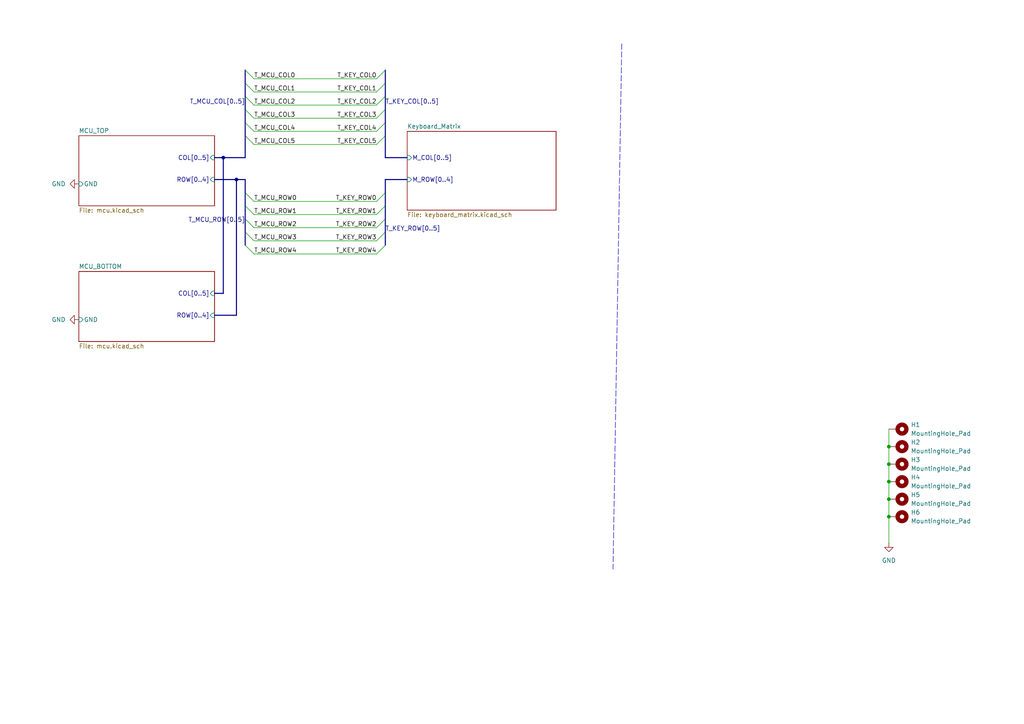
<source format=kicad_sch>
(kicad_sch (version 20231120) (generator "eeschema") (generator_version "8.0")
  (paper "A4")
  (lib_symbols
    (symbol "GND_1" (power) (pin_numbers hide) (pin_names (offset 0) hide)
      (property "Value" "GND" (at 0 -3.81 0))
      (symbol "GND_1_0_1"
        (polyline (pts (xy 0 0) (xy 0 -1.27) (xy 1.27 -1.27) (xy 0 -2.54) (xy -1.27 -1.27) (xy 0 -1.27)))
      )
      (symbol "GND_1_1_1"
        (pin power_in line (at 0 0 270) (length 0) (name "~") (number "1"))
      )
    )
    (symbol "Mechanical:MountingHole_Pad" (pin_numbers hide) (pin_names (offset 1.016) hide) (exclude_from_sim yes) (in_bom no)
      (property "Reference" "H" (at 0 6.35 0))
      (property "Value" "MountingHole_Pad" (at 0 4.445 0))
      (symbol "MountingHole_Pad_0_1"
        (circle (center 0 1.27) (radius 1.27) (stroke (width 1.27)))
      )
      (symbol "MountingHole_Pad_1_1"
        (pin input line (at 0 -2.54 90) (length 2.54) (name "1") (number "1"))
      )
    )
    (symbol "power:GND" (power) (pin_names (offset 0))
      (property "Value" "GND" (at 0 -3.81 0))
      (symbol "GND_0_1"
        (polyline (pts (xy 0 0) (xy 0 -1.27) (xy 1.27 -1.27) (xy 0 -2.54) (xy -1.27 -1.27) (xy 0 -1.27)))
      )
      (symbol "GND_1_1"
        (pin power_in line (at 0 0 270) (length 0) hide (name "GND") (number "1"))
      )
    )
  )
  (junction (at 68.58 52.07))
  (junction (at 257.81 129.54))
  (junction (at 257.81 144.78))
  (junction (at 257.81 139.7))
  (junction (at 64.77 45.72))
  (junction (at 257.81 134.62))
  (junction (at 257.81 149.86))
  (bus_entry (at 109.22 34.29) (size 2.54 -2.54))
  (bus_entry (at 109.22 58.42) (size 2.54 -2.54))
  (bus_entry (at 109.22 38.1) (size 2.54 -2.54))
  (bus_entry (at 109.22 73.66) (size 2.54 -2.54))
  (bus_entry (at 109.22 41.91) (size 2.54 -2.54))
  (bus_entry (at 71.12 35.56) (size 2.54 2.54))
  (bus_entry (at 109.22 66.04) (size 2.54 -2.54))
  (bus_entry (at 71.12 31.75) (size 2.54 2.54))
  (bus_entry (at 109.22 22.86) (size 2.54 -2.54))
  (bus_entry (at 109.22 62.23) (size 2.54 -2.54))
  (bus_entry (at 71.12 20.32) (size 2.54 2.54))
  (bus_entry (at 71.12 67.31) (size 2.54 2.54))
  (bus_entry (at 71.12 59.69) (size 2.54 2.54))
  (bus_entry (at 71.12 39.37) (size 2.54 2.54))
  (bus_entry (at 109.22 30.48) (size 2.54 -2.54))
  (bus_entry (at 71.12 24.13) (size 2.54 2.54))
  (bus_entry (at 71.12 63.5) (size 2.54 2.54))
  (bus_entry (at 109.22 69.85) (size 2.54 -2.54))
  (bus_entry (at 71.12 27.94) (size 2.54 2.54))
  (bus_entry (at 71.12 71.12) (size 2.54 2.54))
  (bus_entry (at 109.22 26.67) (size 2.54 -2.54))
  (bus_entry (at 71.12 55.88) (size 2.54 2.54))
  (bus (pts (xy 71.12 67.31) (xy 71.12 71.12)))
  (bus (pts (xy 111.76 59.69) (xy 111.76 63.5)))
  (bus (pts (xy 71.12 55.88) (xy 71.12 59.69)))
  (bus (pts (xy 71.12 59.69) (xy 71.12 63.5)))
  (wire (pts (xy 73.66 30.48) (xy 109.22 30.48)))
  (wire (pts (xy 73.66 34.29) (xy 109.22 34.29)))
  (wire (pts (xy 73.66 26.67) (xy 109.22 26.67)))
  (bus (pts (xy 111.76 67.31) (xy 111.76 71.12)))
  (bus (pts (xy 64.77 45.72) (xy 71.12 45.72)))
  (bus (pts (xy 71.12 31.75) (xy 71.12 35.56)))
  (wire (pts (xy 73.66 73.66) (xy 109.22 73.66)))
  (bus (pts (xy 62.23 45.72) (xy 64.77 45.72)))
  (wire (pts (xy 257.81 149.86) (xy 257.81 157.48)))
  (bus (pts (xy 62.23 91.44) (xy 68.58 91.44)))
  (bus (pts (xy 111.76 27.94) (xy 111.76 31.75)))
  (bus (pts (xy 111.76 55.88) (xy 111.76 59.69)))
  (bus (pts (xy 64.77 85.09) (xy 62.23 85.09)))
  (wire (pts (xy 257.81 124.46) (xy 257.81 129.54)))
  (bus (pts (xy 71.12 20.32) (xy 71.12 24.13)))
  (bus (pts (xy 111.76 45.72) (xy 118.11 45.72)))
  (bus (pts (xy 111.76 52.07) (xy 111.76 55.88)))
  (bus (pts (xy 111.76 45.72) (xy 111.76 39.37)))
  (bus (pts (xy 111.76 63.5) (xy 111.76 67.31)))
  (wire (pts (xy 257.81 129.54) (xy 257.81 134.62)))
  (wire (pts (xy 73.66 38.1) (xy 109.22 38.1)))
  (bus (pts (xy 71.12 52.07) (xy 71.12 55.88)))
  (bus (pts (xy 64.77 45.72) (xy 64.77 85.09)))
  (bus (pts (xy 111.76 52.07) (xy 118.11 52.07)))
  (polyline (pts (xy 180.34 12.7) (xy 177.8 165.1)) (stroke (width 0) (type dash)))
  (bus (pts (xy 111.76 35.56) (xy 111.76 39.37)))
  (wire (pts (xy 73.66 22.86) (xy 109.22 22.86)))
  (bus (pts (xy 68.58 52.07) (xy 71.12 52.07)))
  (bus (pts (xy 111.76 24.13) (xy 111.76 27.94)))
  (bus (pts (xy 71.12 24.13) (xy 71.12 27.94)))
  (bus (pts (xy 71.12 35.56) (xy 71.12 39.37)))
  (wire (pts (xy 73.66 69.85) (xy 109.22 69.85)))
  (bus (pts (xy 111.76 20.32) (xy 111.76 24.13)))
  (bus (pts (xy 68.58 91.44) (xy 68.58 52.07)))
  (wire (pts (xy 73.66 58.42) (xy 109.22 58.42)))
  (wire (pts (xy 73.66 41.91) (xy 109.22 41.91)))
  (wire (pts (xy 73.66 62.23) (xy 109.22 62.23)))
  (bus (pts (xy 71.12 63.5) (xy 71.12 67.31)))
  (bus (pts (xy 71.12 27.94) (xy 71.12 31.75)))
  (wire (pts (xy 257.81 144.78) (xy 257.81 149.86)))
  (bus (pts (xy 62.23 52.07) (xy 68.58 52.07)))
  (bus (pts (xy 111.76 35.56) (xy 111.76 31.75)))
  (wire (pts (xy 73.66 66.04) (xy 109.22 66.04)))
  (wire (pts (xy 257.81 134.62) (xy 257.81 139.7)))
  (wire (pts (xy 257.81 139.7) (xy 257.81 144.78)))
  (bus (pts (xy 71.12 39.37) (xy 71.12 45.72)))
  (label "T_KEY_ROW3" (at 109.22 69.85 180))
  (label "T_KEY_ROW1" (at 109.22 62.23 180))
  (label "T_MCU_ROW3" (at 73.66 69.85 0))
  (label "T_MCU_COL0" (at 73.66 22.86 0))
  (label "T_MCU_ROW1" (at 73.66 62.23 0))
  (label "T_KEY_COL2" (at 109.22 30.48 180))
  (label "T_MCU_ROW0" (at 73.66 58.42 0))
  (label "T_MCU_COL1" (at 73.66 26.67 0))
  (label "T_MCU_ROW[0..5]" (at 71.12 64.77 180))
  (label "T_MCU_COL3" (at 73.66 34.29 0))
  (label "T_KEY_COL5" (at 109.22 41.91 180))
  (label "T_KEY_ROW[0..5]" (at 111.76 67.31 0))
  (label "T_KEY_COL1" (at 109.22 26.67 180))
  (label "T_KEY_ROW0" (at 109.22 58.42 180))
  (label "T_KEY_COL0" (at 109.22 22.86 180))
  (label "T_MCU_COL[0..5]" (at 71.12 30.48 180))
  (label "T_MCU_COL2" (at 73.66 30.48 0))
  (label "T_KEY_COL4" (at 109.22 38.1 180))
  (label "T_MCU_COL5" (at 73.66 41.91 0))
  (label "T_KEY_COL[0..5]" (at 111.76 30.48 0))
  (label "T_KEY_ROW4" (at 109.22 73.66 180))
  (label "T_MCU_ROW4" (at 73.66 73.66 0))
  (label "T_KEY_ROW2" (at 109.22 66.04 180))
  (label "T_MCU_ROW2" (at 73.66 66.04 0))
  (label "T_MCU_COL4" (at 73.66 38.1 0))
  (label "T_KEY_COL3" (at 109.22 34.29 180))
  (symbol (lib_id "Mechanical:MountingHole_Pad") (at 260.35 134.62 270) (unit 1) (exclude_from_sim yes) (in_bom no)
    (property "Reference" "H3" (at 264.16 133.3499 90) (effects (justify left)))
    (property "Value" "MountingHole_Pad" (at 264.16 135.8899 90) (effects (justify left)))
    (property "Footprint" "MountingHole_NoSilkscreen:MountingHole_2.7mm_M2.5_DIN965_Pad_reversible" (effects (hide yes)))
    (property "Description" "Mounting Hole with connection" (effects (hide yes)))
  )
  (symbol (lib_id "Mechanical:MountingHole_Pad") (at 260.35 149.86 270) (unit 1) (exclude_from_sim yes) (in_bom no)
    (property "Reference" "H6" (at 264.16 148.5899 90) (effects (justify left)))
    (property "Value" "MountingHole_Pad" (at 264.16 151.1299 90) (effects (justify left)))
    (property "Footprint" "MountingHole_NoSilkscreen:MountingHole_2.7mm_M2.5_DIN965_Pad_reversible" (effects (hide yes)))
    (property "Description" "Mounting Hole with connection" (effects (hide yes)))
  )
  (symbol (lib_id "Mechanical:MountingHole_Pad") (at 260.35 129.54 270) (unit 1) (exclude_from_sim yes) (in_bom no)
    (property "Reference" "H2" (at 264.16 128.2699 90) (effects (justify left)))
    (property "Value" "MountingHole_Pad" (at 264.16 130.8099 90) (effects (justify left)))
    (property "Footprint" "MountingHole_NoSilkscreen:MountingHole_2.7mm_M2.5_DIN965_Pad_reversible" (effects (hide yes)))
    (property "Description" "Mounting Hole with connection" (effects (hide yes)))
  )
  (symbol (lib_id "Mechanical:MountingHole_Pad") (at 260.35 124.46 270) (unit 1) (exclude_from_sim yes) (in_bom no)
    (property "Reference" "H1" (at 264.16 123.1899 90) (effects (justify left)))
    (property "Value" "MountingHole_Pad" (at 264.16 125.7299 90) (effects (justify left)))
    (property "Footprint" "MountingHole_NoSilkscreen:MountingHole_2.7mm_M2.5_DIN965_Pad_reversible" (effects (hide yes)))
    (property "Description" "Mounting Hole with connection" (effects (hide yes)))
  )
  (symbol (lib_id "power:GND") (at 22.86 53.34 270) (unit 1)
    (property "Reference" "#PWR01" (effects (hide yes)))
    (property "Value" "GND" (at 19.05 53.34 90) (effects (justify right)))
  )
  (symbol (lib_name "GND_1") (lib_id "power:GND") (at 257.81 157.48 0) (unit 1)
    (property "Reference" "#PWR03" (effects (hide yes)))
    (property "Value" "GND" (at 257.81 162.56 0))
    (property "Description" "Power symbol creates a global label with name \"GND\" , ground" (effects (hide yes)))
  )
  (symbol (lib_id "Mechanical:MountingHole_Pad") (at 260.35 144.78 270) (unit 1) (exclude_from_sim yes) (in_bom no)
    (property "Reference" "H5" (at 264.16 143.5099 90) (effects (justify left)))
    (property "Value" "MountingHole_Pad" (at 264.16 146.0499 90) (effects (justify left)))
    (property "Footprint" "MountingHole_NoSilkscreen:MountingHole_2.7mm_M2.5_DIN965_Pad_reversible" (effects (hide yes)))
    (property "Description" "Mounting Hole with connection" (effects (hide yes)))
  )
  (symbol (lib_id "Mechanical:MountingHole_Pad") (at 260.35 139.7 270) (unit 1) (exclude_from_sim yes) (in_bom no)
    (property "Reference" "H4" (at 264.16 138.4299 90) (effects (justify left)))
    (property "Value" "MountingHole_Pad" (at 264.16 140.9699 90) (effects (justify left)))
    (property "Footprint" "MountingHole_NoSilkscreen:MountingHole_2.7mm_M2.5_DIN965_Pad_reversible" (effects (hide yes)))
    (property "Description" "Mounting Hole with connection" (effects (hide yes)))
  )
  (symbol (lib_id "power:GND") (at 22.86 92.71 270) (unit 1)
    (property "Reference" "#PWR02" (effects (hide yes)))
    (property "Value" "GND" (at 19.05 92.71 90) (effects (justify right)))
  )
  (sheet (at 22.86 78.74) (size 39.37 20.32) (stroke (width 0.1524))
    (property "Sheetname" "MCU_BOTTOM" (at 22.86 78.0284 0) (effects (justify left bottom)))
    (property "Sheetfile" "mcu.kicad_sch" (at 22.86 99.6446 0) (effects (justify left top)))
    (pin "GND" input (at 22.86 92.71 180))
    (pin "COL[0..5]" input (at 62.23 85.09 0))
    (pin "ROW[0..4]" input (at 62.23 91.44 0))
  )
  (sheet (at 118.11 38.1) (size 43.18 22.86) (stroke (width 0.1524))
    (property "Sheetname" "Keyboard_Matrix" (at 118.11 37.3884 0) (effects (justify left bottom)))
    (property "Sheetfile" "keyboard_matrix.kicad_sch" (at 118.11 61.5446 0) (effects (justify left top)))
    (pin "M_COL[0..5]" input (at 118.11 45.72 180))
    (pin "M_ROW[0..4]" input (at 118.11 52.07 180))
  )
  (sheet (at 22.86 39.37) (size 39.37 20.32) (stroke (width 0.1524))
    (property "Sheetname" "MCU_TOP" (at 22.86 38.6584 0) (effects (justify left bottom)))
    (property "Sheetfile" "mcu.kicad_sch" (at 22.86 60.2746 0) (effects (justify left top)))
    (pin "GND" input (at 22.86 53.34 180))
    (pin "COL[0..5]" input (at 62.23 45.72 0))
    (pin "ROW[0..4]" input (at 62.23 52.07 0))
  )
)
</source>
